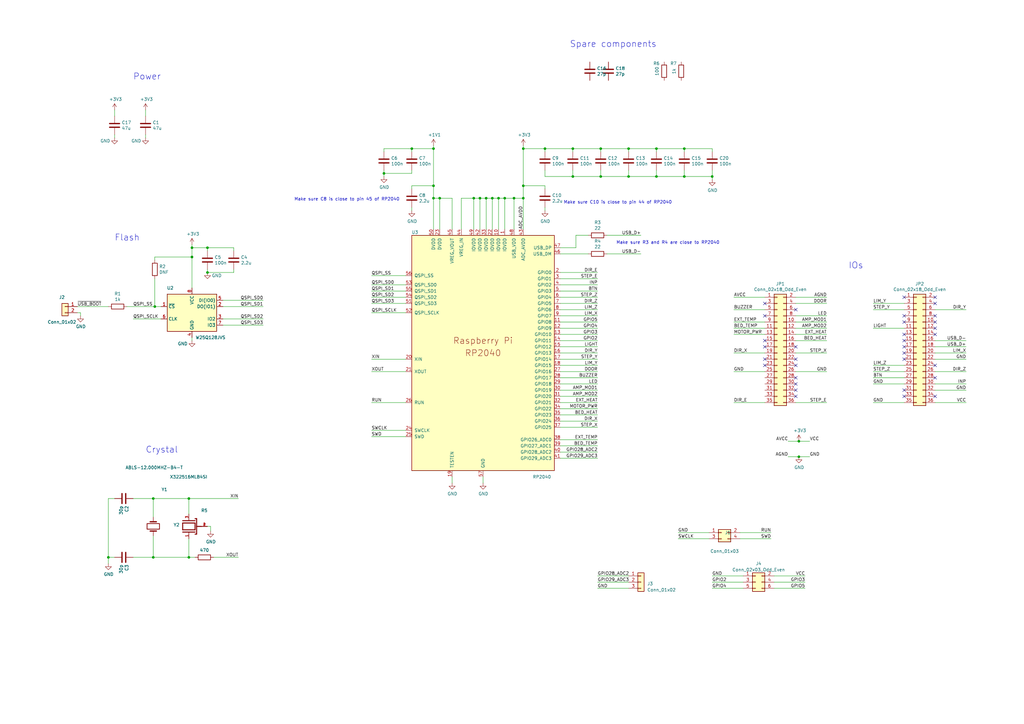
<source format=kicad_sch>
(kicad_sch (version 20230121) (generator eeschema)
  (paper "A3")
  (title_block (title "RP2040 Minimal Design Example") (date "2020-12-18") (rev "REV1") (company "Raspberry Pi (Trading) Ltd"))
  (lib_symbols
    (symbol "Connector_Generic:Conn_01x02" (pin_names (offset 1.016) hide)
      (property "Reference" "J" (at 0 2.54 0))
      (property "Value" "Conn_01x02" (at 0 -5.08 0))
      (symbol "Conn_01x02_1_1"
        (rectangle (start -1.27 -2.413) (end 0 -2.667) (stroke (width 0.1524)))
        (rectangle (start -1.27 0.127) (end 0 -0.127) (stroke (width 0.1524)))
        (rectangle (start -1.27 1.27) (end 1.27 -3.81) (stroke (width 0.254)) (fill (type background)))
        (pin passive line (at -5.08 0 0) (length 3.81) (name "Pin_1") (number "1"))
        (pin passive line (at -5.08 -2.54 0) (length 3.81) (name "Pin_2") (number "2"))
      )
    )
    (symbol "Connector_Generic:Conn_01x03" (pin_names (offset 1.016) hide)
      (property "Reference" "J" (at 0 5.08 0))
      (property "Value" "Conn_01x03" (at 0 -5.08 0))
      (symbol "Conn_01x03_1_1"
        (rectangle (start -1.27 -2.413) (end 0 -2.667) (stroke (width 0.1524)))
        (rectangle (start -1.27 0.127) (end 0 -0.127) (stroke (width 0.1524)))
        (rectangle (start -1.27 2.667) (end 0 2.413) (stroke (width 0.1524)))
        (rectangle (start -1.27 3.81) (end 1.27 -3.81) (stroke (width 0.254)) (fill (type background)))
        (pin passive line (at -5.08 2.54 0) (length 3.81) (name "Pin_1") (number "1"))
        (pin passive line (at -5.08 0 0) (length 3.81) (name "Pin_2") (number "2"))
        (pin passive line (at -5.08 -2.54 0) (length 3.81) (name "Pin_3") (number "3"))
      )
    )
    (symbol "Connector_Generic:Conn_02x02_Odd_Even" (pin_names (offset 1.016) hide)
      (property "Reference" "J" (at 1.27 2.54 0))
      (property "Value" "Conn_02x02_Odd_Even" (at 1.27 -5.08 0))
      (symbol "Conn_02x02_Odd_Even_1_1"
        (rectangle (start -1.27 -2.413) (end 0 -2.667) (stroke (width 0.1524)))
        (rectangle (start -1.27 0.127) (end 0 -0.127) (stroke (width 0.1524)))
        (rectangle (start -1.27 1.27) (end 3.81 -3.81) (stroke (width 0.254)) (fill (type background)))
        (rectangle (start 3.81 -2.413) (end 2.54 -2.667) (stroke (width 0.1524)))
        (rectangle (start 3.81 0.127) (end 2.54 -0.127) (stroke (width 0.1524)))
        (pin passive line (at -5.08 0 0) (length 3.81) (name "Pin_1") (number "1"))
        (pin passive line (at 7.62 0 180) (length 3.81) (name "Pin_2") (number "2"))
        (pin passive line (at -5.08 -2.54 0) (length 3.81) (name "Pin_3") (number "3"))
        (pin passive line (at 7.62 -2.54 180) (length 3.81) (name "Pin_4") (number "4"))
      )
    )
    (symbol "Connector_Generic:Conn_02x03_Odd_Even" (pin_names (offset 1.016) hide)
      (property "Reference" "J" (at 1.27 5.08 0))
      (property "Value" "Conn_02x03_Odd_Even" (at 1.27 -5.08 0))
      (symbol "Conn_02x03_Odd_Even_1_1"
        (rectangle (start -1.27 -2.413) (end 0 -2.667) (stroke (width 0.1524)))
        (rectangle (start -1.27 0.127) (end 0 -0.127) (stroke (width 0.1524)))
        (rectangle (start -1.27 2.667) (end 0 2.413) (stroke (width 0.1524)))
        (rectangle (start -1.27 3.81) (end 3.81 -3.81) (stroke (width 0.254)) (fill (type background)))
        (rectangle (start 3.81 -2.413) (end 2.54 -2.667) (stroke (width 0.1524)))
        (rectangle (start 3.81 0.127) (end 2.54 -0.127) (stroke (width 0.1524)))
        (rectangle (start 3.81 2.667) (end 2.54 2.413) (stroke (width 0.1524)))
        (pin passive line (at -5.08 2.54 0) (length 3.81) (name "Pin_1") (number "1"))
        (pin passive line (at 7.62 2.54 180) (length 3.81) (name "Pin_2") (number "2"))
        (pin passive line (at -5.08 0 0) (length 3.81) (name "Pin_3") (number "3"))
        (pin passive line (at 7.62 0 180) (length 3.81) (name "Pin_4") (number "4"))
        (pin passive line (at -5.08 -2.54 0) (length 3.81) (name "Pin_5") (number "5"))
        (pin passive line (at 7.62 -2.54 180) (length 3.81) (name "Pin_6") (number "6"))
      )
    )
    (symbol "Connector_Generic:Conn_02x18_Odd_Even" (pin_names (offset 1.016) hide)
      (property "Reference" "J" (at 1.27 22.86 0))
      (property "Value" "Conn_02x18_Odd_Even" (at 1.27 -25.4 0))
      (symbol "Conn_02x18_Odd_Even_1_1"
        (rectangle (start -1.27 -22.733) (end 0 -22.987) (stroke (width 0.1524)))
        (rectangle (start -1.27 -20.193) (end 0 -20.447) (stroke (width 0.1524)))
        (rectangle (start -1.27 -17.653) (end 0 -17.907) (stroke (width 0.1524)))
        (rectangle (start -1.27 -15.113) (end 0 -15.367) (stroke (width 0.1524)))
        (rectangle (start -1.27 -12.573) (end 0 -12.827) (stroke (width 0.1524)))
        (rectangle (start -1.27 -10.033) (end 0 -10.287) (stroke (width 0.1524)))
        (rectangle (start -1.27 -7.493) (end 0 -7.747) (stroke (width 0.1524)))
        (rectangle (start -1.27 -4.953) (end 0 -5.207) (stroke (width 0.1524)))
        (rectangle (start -1.27 -2.413) (end 0 -2.667) (stroke (width 0.1524)))
        (rectangle (start -1.27 0.127) (end 0 -0.127) (stroke (width 0.1524)))
        (rectangle (start -1.27 2.667) (end 0 2.413) (stroke (width 0.1524)))
        (rectangle (start -1.27 5.207) (end 0 4.953) (stroke (width 0.1524)))
        (rectangle (start -1.27 7.747) (end 0 7.493) (stroke (width 0.1524)))
        (rectangle (start -1.27 10.287) (end 0 10.033) (stroke (width 0.1524)))
        (rectangle (start -1.27 12.827) (end 0 12.573) (stroke (width 0.1524)))
        (rectangle (start -1.27 15.367) (end 0 15.113) (stroke (width 0.1524)))
        (rectangle (start -1.27 17.907) (end 0 17.653) (stroke (width 0.1524)))
        (rectangle (start -1.27 20.447) (end 0 20.193) (stroke (width 0.1524)))
        (rectangle (start -1.27 21.59) (end 3.81 -24.13) (stroke (width 0.254)) (fill (type background)))
        (rectangle (start 3.81 -22.733) (end 2.54 -22.987) (stroke (width 0.1524)))
        (rectangle (start 3.81 -20.193) (end 2.54 -20.447) (stroke (width 0.1524)))
        (rectangle (start 3.81 -17.653) (end 2.54 -17.907) (stroke (width 0.1524)))
        (rectangle (start 3.81 -15.113) (end 2.54 -15.367) (stroke (width 0.1524)))
        (rectangle (start 3.81 -12.573) (end 2.54 -12.827) (stroke (width 0.1524)))
        (rectangle (start 3.81 -10.033) (end 2.54 -10.287) (stroke (width 0.1524)))
        (rectangle (start 3.81 -7.493) (end 2.54 -7.747) (stroke (width 0.1524)))
        (rectangle (start 3.81 -4.953) (end 2.54 -5.207) (stroke (width 0.1524)))
        (rectangle (start 3.81 -2.413) (end 2.54 -2.667) (stroke (width 0.1524)))
        (rectangle (start 3.81 0.127) (end 2.54 -0.127) (stroke (width 0.1524)))
        (rectangle (start 3.81 2.667) (end 2.54 2.413) (stroke (width 0.1524)))
        (rectangle (start 3.81 5.207) (end 2.54 4.953) (stroke (width 0.1524)))
        (rectangle (start 3.81 7.747) (end 2.54 7.493) (stroke (width 0.1524)))
        (rectangle (start 3.81 10.287) (end 2.54 10.033) (stroke (width 0.1524)))
        (rectangle (start 3.81 12.827) (end 2.54 12.573) (stroke (width 0.1524)))
        (rectangle (start 3.81 15.367) (end 2.54 15.113) (stroke (width 0.1524)))
        (rectangle (start 3.81 17.907) (end 2.54 17.653) (stroke (width 0.1524)))
        (rectangle (start 3.81 20.447) (end 2.54 20.193) (stroke (width 0.1524)))
        (pin passive line (at -5.08 20.32 0) (length 3.81) (name "Pin_1") (number "1"))
        (pin passive line (at 7.62 10.16 180) (length 3.81) (name "Pin_10") (number "10"))
        (pin passive line (at -5.08 7.62 0) (length 3.81) (name "Pin_11") (number "11"))
        (pin passive line (at 7.62 7.62 180) (length 3.81) (name "Pin_12") (number "12"))
        (pin passive line (at -5.08 5.08 0) (length 3.81) (name "Pin_13") (number "13"))
        (pin passive line (at 7.62 5.08 180) (length 3.81) (name "Pin_14") (number "14"))
        (pin passive line (at -5.08 2.54 0) (length 3.81) (name "Pin_15") (number "15"))
        (pin passive line (at 7.62 2.54 180) (length 3.81) (name "Pin_16") (number "16"))
        (pin passive line (at -5.08 0 0) (length 3.81) (name "Pin_17") (number "17"))
        (pin passive line (at 7.62 0 180) (length 3.81) (name "Pin_18") (number "18"))
        (pin passive line (at -5.08 -2.54 0) (length 3.81) (name "Pin_19") (number "19"))
        (pin passive line (at 7.62 20.32 180) (length 3.81) (name "Pin_2") (number "2"))
        (pin passive line (at 7.62 -2.54 180) (length 3.81) (name "Pin_20") (number "20"))
        (pin passive line (at -5.08 -5.08 0) (length 3.81) (name "Pin_21") (number "21"))
        (pin passive line (at 7.62 -5.08 180) (length 3.81) (name "Pin_22") (number "22"))
        (pin passive line (at -5.08 -7.62 0) (length 3.81) (name "Pin_23") (number "23"))
        (pin passive line (at 7.62 -7.62 180) (length 3.81) (name "Pin_24") (number "24"))
        (pin passive line (at -5.08 -10.16 0) (length 3.81) (name "Pin_25") (number "25"))
        (pin passive line (at 7.62 -10.16 180) (length 3.81) (name "Pin_26") (number "26"))
        (pin passive line (at -5.08 -12.7 0) (length 3.81) (name "Pin_27") (number "27"))
        (pin passive line (at 7.62 -12.7 180) (length 3.81) (name "Pin_28") (number "28"))
        (pin passive line (at -5.08 -15.24 0) (length 3.81) (name "Pin_29") (number "29"))
        (pin passive line (at -5.08 17.78 0) (length 3.81) (name "Pin_3") (number "3"))
        (pin passive line (at 7.62 -15.24 180) (length 3.81) (name "Pin_30") (number "30"))
        (pin passive line (at -5.08 -17.78 0) (length 3.81) (name "Pin_31") (number "31"))
        (pin passive line (at 7.62 -17.78 180) (length 3.81) (name "Pin_32") (number "32"))
        (pin passive line (at -5.08 -20.32 0) (length 3.81) (name "Pin_33") (number "33"))
        (pin passive line (at 7.62 -20.32 180) (length 3.81) (name "Pin_34") (number "34"))
        (pin passive line (at -5.08 -22.86 0) (length 3.81) (name "Pin_35") (number "35"))
        (pin passive line (at 7.62 -22.86 180) (length 3.81) (name "Pin_36") (number "36"))
        (pin passive line (at 7.62 17.78 180) (length 3.81) (name "Pin_4") (number "4"))
        (pin passive line (at -5.08 15.24 0) (length 3.81) (name "Pin_5") (number "5"))
        (pin passive line (at 7.62 15.24 180) (length 3.81) (name "Pin_6") (number "6"))
        (pin passive line (at -5.08 12.7 0) (length 3.81) (name "Pin_7") (number "7"))
        (pin passive line (at 7.62 12.7 180) (length 3.81) (name "Pin_8") (number "8"))
        (pin passive line (at -5.08 10.16 0) (length 3.81) (name "Pin_9") (number "9"))
      )
    )
    (symbol "Device:C" (pin_numbers hide) (pin_names (offset 0.254))
      (property "Reference" "C" (at 0.635 2.54 0))
      (property "Value" "C" (at 0.635 -2.54 0))
      (symbol "C_0_1"
        (polyline (pts (xy -2.032 -0.762) (xy 2.032 -0.762)) (stroke (width 0.508)))
        (polyline (pts (xy -2.032 0.762) (xy 2.032 0.762)) (stroke (width 0.508)))
      )
      (symbol "C_1_1"
        (pin passive line (at 0 3.81 270) (length 2.794) (name "~") (number "1"))
        (pin passive line (at 0 -3.81 90) (length 2.794) (name "~") (number "2"))
      )
    )
    (symbol "Device:Crystal" (pin_numbers hide) (pin_names (offset 1.016) hide)
      (property "Reference" "Y" (at 0 3.81 0))
      (property "Value" "Crystal" (at 0 -3.81 0))
      (symbol "Crystal_0_1"
        (rectangle (start -1.143 2.54) (end 1.143 -2.54) (stroke (width 0.3048)))
        (polyline (pts (xy -2.54 0) (xy -1.905 0)))
        (polyline (pts (xy -1.905 -1.27) (xy -1.905 1.27)) (stroke (width 0.508)))
        (polyline (pts (xy 1.905 -1.27) (xy 1.905 1.27)) (stroke (width 0.508)))
        (polyline (pts (xy 2.54 0) (xy 1.905 0)))
      )
      (symbol "Crystal_1_1"
        (pin passive line (at -3.81 0 0) (length 1.27) (name "1") (number "1"))
        (pin passive line (at 3.81 0 180) (length 1.27) (name "2") (number "2"))
      )
    )
    (symbol "Device:R" (pin_numbers hide) (pin_names (offset 0))
      (property "Reference" "R" (at 2.032 0 90))
      (property "Value" "R" (at 0 0 90))
      (symbol "R_0_1"
        (rectangle (start -1.016 -2.54) (end 1.016 2.54) (stroke (width 0.254)))
      )
      (symbol "R_1_1"
        (pin passive line (at 0 3.81 270) (length 1.27) (name "~") (number "1"))
        (pin passive line (at 0 -3.81 90) (length 1.27) (name "~") (number "2"))
      )
    )
    (symbol "MCU_RaspberryPi_RP2040:RP2040" (pin_names (offset 1.016))
      (property "Reference" "U" (at -29.21 49.53 0))
      (property "Value" "RP2040" (at 24.13 -49.53 0))
      (symbol "RP2040_0_0"
        (text "Raspberry Pi" (at 0 5.08 0) (effects (font (size 2.54 2.54))))
        (text "RP2040" (at 0 0 0) (effects (font (size 2.54 2.54))))
      )
      (symbol "RP2040_0_1"
        (rectangle (start 29.21 48.26) (end -29.21 -48.26) (stroke (width 0.254)) (fill (type background)))
      )
      (symbol "RP2040_1_1"
        (pin power_in line (at 8.89 50.8 270) (length 2.54) (name "IOVDD") (number "1"))
        (pin power_in line (at 6.35 50.8 270) (length 2.54) (name "IOVDD") (number "10"))
        (pin bidirectional line (at 31.75 12.7 180) (length 2.54) (name "GPIO8") (number "11"))
        (pin bidirectional line (at 31.75 10.16 180) (length 2.54) (name "GPIO9") (number "12"))
        (pin bidirectional line (at 31.75 7.62 180) (length 2.54) (name "GPIO10") (number "13"))
        (pin bidirectional line (at 31.75 5.08 180) (length 2.54) (name "GPIO11") (number "14"))
        (pin bidirectional line (at 31.75 2.54 180) (length 2.54) (name "GPIO12") (number "15"))
        (pin bidirectional line (at 31.75 0 180) (length 2.54) (name "GPIO13") (number "16"))
        (pin bidirectional line (at 31.75 -2.54 180) (length 2.54) (name "GPIO14") (number "17"))
        (pin bidirectional line (at 31.75 -5.08 180) (length 2.54) (name "GPIO15") (number "18"))
        (pin passive line (at -12.7 -50.8 90) (length 2.54) (name "TESTEN") (number "19"))
        (pin bidirectional line (at 31.75 33.02 180) (length 2.54) (name "GPIO0") (number "2"))
        (pin input line (at -31.75 -2.54 0) (length 2.54) (name "XIN") (number "20"))
        (pin passive line (at -31.75 -7.62 0) (length 2.54) (name "XOUT") (number "21"))
        (pin power_in line (at 3.81 50.8 270) (length 2.54) (name "IOVDD") (number "22"))
        (pin power_in line (at -17.78 50.8 270) (length 2.54) (name "DVDD") (number "23"))
        (pin output line (at -31.75 -31.75 0) (length 2.54) (name "SWCLK") (number "24"))
        (pin bidirectional line (at -31.75 -34.29 0) (length 2.54) (name "SWD") (number "25"))
        (pin input line (at -31.75 -20.32 0) (length 2.54) (name "RUN") (number "26"))
        (pin bidirectional line (at 31.75 -7.62 180) (length 2.54) (name "GPIO16") (number "27"))
        (pin bidirectional line (at 31.75 -10.16 180) (length 2.54) (name "GPIO17") (number "28"))
        (pin bidirectional line (at 31.75 -12.7 180) (length 2.54) (name "GPIO18") (number "29"))
        (pin bidirectional line (at 31.75 30.48 180) (length 2.54) (name "GPIO1") (number "3"))
        (pin bidirectional line (at 31.75 -15.24 180) (length 2.54) (name "GPIO19") (number "30"))
        (pin bidirectional line (at 31.75 -17.78 180) (length 2.54) (name "GPIO20") (number "31"))
        (pin bidirectional line (at 31.75 -20.32 180) (length 2.54) (name "GPIO21") (number "32"))
        (pin power_in line (at 1.27 50.8 270) (length 2.54) (name "IOVDD") (number "33"))
        (pin bidirectional line (at 31.75 -22.86 180) (length 2.54) (name "GPIO22") (number "34"))
        (pin bidirectional line (at 31.75 -25.4 180) (length 2.54) (name "GPIO23") (number "35"))
        (pin bidirectional line (at 31.75 -27.94 180) (length 2.54) (name "GPIO24") (number "36"))
        (pin bidirectional line (at 31.75 -30.48 180) (length 2.54) (name "GPIO25") (number "37"))
        (pin bidirectional line (at 31.75 -35.56 180) (length 2.54) (name "GPIO26_ADC0") (number "38"))
        (pin bidirectional line (at 31.75 -38.1 180) (length 2.54) (name "GPIO27_ADC1") (number "39"))
        (pin bidirectional line (at 31.75 27.94 180) (length 2.54) (name "GPIO2") (number "4"))
        (pin bidirectional line (at 31.75 -40.64 180) (length 2.54) (name "GPIO28_ADC2") (number "40"))
        (pin bidirectional line (at 31.75 -43.18 180) (length 2.54) (name "GPIO29_ADC3") (number "41"))
        (pin power_in line (at -1.27 50.8 270) (length 2.54) (name "IOVDD") (number "42"))
        (pin power_in line (at 16.51 50.8 270) (length 2.54) (name "ADC_AVDD") (number "43"))
        (pin power_in line (at -8.89 50.8 270) (length 2.54) (name "VREG_IN") (number "44"))
        (pin power_out line (at -12.7 50.8 270) (length 2.54) (name "VREG_VOUT") (number "45"))
        (pin bidirectional line (at 31.75 40.64 180) (length 2.54) (name "USB_DM") (number "46"))
        (pin bidirectional line (at 31.75 43.18 180) (length 2.54) (name "USB_DP") (number "47"))
        (pin power_in line (at 12.7 50.8 270) (length 2.54) (name "USB_VDD") (number "48"))
        (pin power_in line (at -3.81 50.8 270) (length 2.54) (name "IOVDD") (number "49"))
        (pin bidirectional line (at 31.75 25.4 180) (length 2.54) (name "GPIO3") (number "5"))
        (pin power_in line (at -20.32 50.8 270) (length 2.54) (name "DVDD") (number "50"))
        (pin bidirectional line (at -31.75 20.32 0) (length 2.54) (name "QSPI_SD3") (number "51"))
        (pin output line (at -31.75 16.51 0) (length 2.54) (name "QSPI_SCLK") (number "52"))
        (pin bidirectional line (at -31.75 27.94 0) (length 2.54) (name "QSPI_SD0") (number "53"))
        (pin bidirectional line (at -31.75 22.86 0) (length 2.54) (name "QSPI_SD2") (number "54"))
        (pin bidirectional line (at -31.75 25.4 0) (length 2.54) (name "QSPI_SD1") (number "55"))
        (pin bidirectional line (at -31.75 31.75 0) (length 2.54) (name "QSPI_SS") (number "56"))
        (pin power_in line (at 0 -50.8 90) (length 2.54) (name "GND") (number "57"))
        (pin bidirectional line (at 31.75 22.86 180) (length 2.54) (name "GPIO4") (number "6"))
        (pin bidirectional line (at 31.75 20.32 180) (length 2.54) (name "GPIO5") (number "7"))
        (pin bidirectional line (at 31.75 17.78 180) (length 2.54) (name "GPIO6") (number "8"))
        (pin bidirectional line (at 31.75 15.24 180) (length 2.54) (name "GPIO7") (number "9"))
      )
    )
    (symbol "Memory_Flash:W25Q128JVS"
      (property "Reference" "U" (at -8.89 8.89 0))
      (property "Value" "W25Q128JVS" (at 7.62 8.89 0))
      (symbol "W25Q128JVS_0_1"
        (rectangle (start -10.16 7.62) (end 10.16 -7.62) (stroke (width 0.254)) (fill (type background)))
      )
      (symbol "W25Q128JVS_1_1"
        (pin input line (at -12.7 2.54 0) (length 2.54) (name "~{CS}") (number "1"))
        (pin bidirectional line (at 12.7 2.54 180) (length 2.54) (name "DO(IO1)") (number "2"))
        (pin bidirectional line (at 12.7 -2.54 180) (length 2.54) (name "IO2") (number "3"))
        (pin power_in line (at 0 -10.16 90) (length 2.54) (name "GND") (number "4"))
        (pin bidirectional line (at 12.7 5.08 180) (length 2.54) (name "DI(IO0)") (number "5"))
        (pin input line (at -12.7 -2.54 0) (length 2.54) (name "CLK") (number "6"))
        (pin bidirectional line (at 12.7 -5.08 180) (length 2.54) (name "IO3") (number "7"))
        (pin power_in line (at 0 10.16 270) (length 2.54) (name "VCC") (number "8"))
      )
    )
    (symbol "X322516MLB4SI:X322516MLB4SI" (pin_names (offset 1.016))
      (property "Reference" "Y" (at -5.08 6.35 0))
      (property "Value" "X322516MLB4SI" (at -5.08 3.81 0))
      (symbol "X322516MLB4SI_0_0"
        (polyline (pts (xy -3.175 -3.175) (xy 0 -3.175)) (stroke (width 0.4064)))
        (polyline (pts (xy -3.175 -2.54) (xy -3.175 -3.175)) (stroke (width 0.4064)))
        (polyline (pts (xy -2.3368 2.54) (xy -2.3368 -2.54)) (stroke (width 0.4064)))
        (polyline (pts (xy -1.397 2.54) (xy -1.397 -2.54)) (stroke (width 0.4064)))
        (polyline (pts (xy -1.397 2.54) (xy 1.397 2.54)) (stroke (width 0.4064)))
        (polyline (pts (xy 0 -5.08) (xy 0 -3.175)) (stroke (width 0.4064)))
        (polyline (pts (xy 0 -3.175) (xy 3.175 -3.175)) (stroke (width 0.4064)))
        (polyline (pts (xy 1.397 -2.54) (xy -1.397 -2.54)) (stroke (width 0.4064)))
        (polyline (pts (xy 1.397 2.54) (xy 1.397 -2.54)) (stroke (width 0.4064)))
        (polyline (pts (xy 2.3368 2.54) (xy 2.3368 -2.54)) (stroke (width 0.4064)))
        (polyline (pts (xy 3.175 -3.175) (xy 3.175 -2.54)) (stroke (width 0.4064)))
        (pin passive line (at -5.08 0 0) (length 2.54) (name "~") (number "1"))
        (pin power_in line (at 0 -7.62 90) (length 2.54) (name "~") (number "2"))
        (pin passive line (at 5.08 0 180) (length 2.54) (name "~") (number "3"))
        (pin power_in line (at 0 -7.62 90) (length 2.54) (name "~") (number "4"))
      )
    )
    (symbol "power:+1V1" (power) (pin_names (offset 0))
      (property "Value" "+1V1" (at 0 3.556 0))
      (symbol "+1V1_0_1"
        (polyline (pts (xy -0.762 1.27) (xy 0 2.54)))
        (polyline (pts (xy 0 0) (xy 0 2.54)))
        (polyline (pts (xy 0 2.54) (xy 0.762 1.27)))
      )
      (symbol "+1V1_1_1"
        (pin power_in line (at 0 0 90) (length 0) hide (name "+1V1") (number "1"))
      )
    )
    (symbol "power:+3V3" (power) (pin_names (offset 0))
      (property "Value" "+3V3" (at 0 3.556 0))
      (symbol "+3V3_0_1"
        (polyline (pts (xy -0.762 1.27) (xy 0 2.54)))
        (polyline (pts (xy 0 0) (xy 0 2.54)))
        (polyline (pts (xy 0 2.54) (xy 0.762 1.27)))
      )
      (symbol "+3V3_1_1"
        (pin power_in line (at 0 0 90) (length 0) hide (name "+3V3") (number "1"))
      )
    )
    (symbol "power:GND" (power) (pin_names (offset 0))
      (property "Value" "GND" (at 0 -3.81 0))
      (symbol "GND_0_1"
        (polyline (pts (xy 0 0) (xy 0 -1.27) (xy 1.27 -1.27) (xy 0 -2.54) (xy -1.27 -1.27) (xy 0 -1.27)))
      )
      (symbol "GND_1_1"
        (pin power_in line (at 0 0 270) (length 0) hide (name "GND") (number "1"))
      )
    )
  )
  (junction (at 78.74 105.41))
  (junction (at 246.38 72.39))
  (junction (at 177.8 60.96))
  (junction (at 78.74 101.6))
  (junction (at 234.95 72.39))
  (junction (at 214.63 60.96))
  (junction (at 168.91 60.96))
  (junction (at 246.38 60.96))
  (junction (at 269.24 72.39))
  (junction (at 196.85 81.28))
  (junction (at 257.81 72.39))
  (junction (at 157.48 71.12))
  (junction (at 199.39 81.28))
  (junction (at 63.5 125.73))
  (junction (at 85.09 111.76))
  (junction (at 77.47 228.6))
  (junction (at 77.47 204.47))
  (junction (at 207.01 81.28))
  (junction (at 210.82 81.28))
  (junction (at 44.45 228.6))
  (junction (at 292.1 72.39))
  (junction (at 214.63 81.28))
  (junction (at 180.34 81.28))
  (junction (at 280.67 60.96))
  (junction (at 269.24 60.96))
  (junction (at 194.31 81.28))
  (junction (at 177.8 81.28))
  (junction (at 85.09 101.6))
  (junction (at 62.865 228.6))
  (junction (at 257.81 60.96))
  (junction (at 234.95 60.96))
  (junction (at 201.93 81.28))
  (junction (at 214.63 76.2))
  (junction (at 327.66 180.975))
  (junction (at 223.52 60.96))
  (junction (at 204.47 81.28))
  (junction (at 327.66 187.325))
  (junction (at 62.865 204.47))
  (junction (at 177.8 76.2))
  (junction (at 280.67 72.39))
  (no_connect (at 313.69 129.54))
  (no_connect (at 370.84 147.32))
  (no_connect (at 326.39 157.48))
  (no_connect (at 326.39 142.24))
  (no_connect (at 326.39 147.32))
  (no_connect (at 370.84 144.78))
  (no_connect (at 370.84 121.92))
  (no_connect (at 370.84 142.24))
  (no_connect (at 370.84 129.54))
  (no_connect (at 370.84 162.56))
  (no_connect (at 370.84 137.16))
  (no_connect (at 370.84 132.08))
  (no_connect (at 313.69 139.7))
  (no_connect (at 313.69 142.24))
  (no_connect (at 383.54 134.62))
  (no_connect (at 383.54 137.16))
  (no_connect (at 383.54 154.94))
  (no_connect (at 383.54 149.86))
  (no_connect (at 383.54 162.56))
  (no_connect (at 383.54 132.08))
  (no_connect (at 383.54 129.54))
  (no_connect (at 383.54 121.92))
  (no_connect (at 383.54 124.46))
  (no_connect (at 326.39 160.02))
  (no_connect (at 326.39 149.86))
  (no_connect (at 326.39 162.56))
  (no_connect (at 326.39 154.94))
  (no_connect (at 326.39 127))
  (no_connect (at 313.69 124.46))
  (no_connect (at 313.69 149.86))
  (no_connect (at 313.69 147.32))
  (no_connect (at 370.84 139.7))
  (no_connect (at 370.84 160.02))
  (wire (pts (xy 177.8 81.28) (xy 177.8 93.98)))
  (wire (pts (xy 207.01 81.28) (xy 207.01 93.98)))
  (wire (pts (xy 185.42 81.28) (xy 180.34 81.28)))
  (wire (pts (xy 383.54 139.7) (xy 396.24 139.7)))
  (wire (pts (xy 303.53 218.44) (xy 316.23 218.44)))
  (wire (pts (xy 229.87 152.4) (xy 245.11 152.4)))
  (wire (pts (xy 85.09 110.49) (xy 85.09 111.76)))
  (wire (pts (xy 189.23 81.28) (xy 194.31 81.28)))
  (wire (pts (xy 229.87 147.32) (xy 245.11 147.32)))
  (wire (pts (xy 327.66 187.325) (xy 323.215 187.325)))
  (wire (pts (xy 292.1 241.3) (xy 304.8 241.3)))
  (wire (pts (xy 85.09 111.76) (xy 95.885 111.76)))
  (wire (pts (xy 33.02 128.27) (xy 33.02 129.54)))
  (wire (pts (xy 229.87 114.3) (xy 245.11 114.3)))
  (wire (pts (xy 290.83 220.98) (xy 278.13 220.98)))
  (wire (pts (xy 248.92 104.14) (xy 262.89 104.14)))
  (wire (pts (xy 85.09 101.6) (xy 78.74 101.6)))
  (wire (pts (xy 269.24 62.23) (xy 269.24 60.96)))
  (wire (pts (xy 339.09 144.78) (xy 326.39 144.78)))
  (wire (pts (xy 210.82 93.98) (xy 210.82 81.28)))
  (wire (pts (xy 370.84 154.94) (xy 358.14 154.94)))
  (wire (pts (xy 46.99 204.47) (xy 44.45 204.47)))
  (wire (pts (xy 229.87 139.7) (xy 245.11 139.7)))
  (wire (pts (xy 229.87 104.14) (xy 241.3 104.14)))
  (wire (pts (xy 300.99 152.4) (xy 313.69 152.4)))
  (wire (pts (xy 330.2 236.22) (xy 317.5 236.22)))
  (wire (pts (xy 78.74 138.43) (xy 78.74 139.7)))
  (wire (pts (xy 223.52 60.96) (xy 234.95 60.96)))
  (wire (pts (xy 168.91 85.09) (xy 168.91 86.36)))
  (wire (pts (xy 77.47 204.47) (xy 97.79 204.47)))
  (wire (pts (xy 292.1 238.76) (xy 304.8 238.76)))
  (wire (pts (xy 292.1 72.39) (xy 292.1 73.66)))
  (wire (pts (xy 180.34 93.98) (xy 180.34 81.28)))
  (wire (pts (xy 229.87 185.42) (xy 245.11 185.42)))
  (wire (pts (xy 177.8 76.2) (xy 177.8 81.28)))
  (wire (pts (xy 229.87 165.1) (xy 245.11 165.1)))
  (wire (pts (xy 214.63 76.2) (xy 223.52 76.2)))
  (wire (pts (xy 152.4 121.92) (xy 166.37 121.92)))
  (wire (pts (xy 207.01 81.28) (xy 210.82 81.28)))
  (wire (pts (xy 339.09 132.08) (xy 326.39 132.08)))
  (wire (pts (xy 168.91 76.2) (xy 177.8 76.2)))
  (wire (pts (xy 292.1 62.23) (xy 292.1 60.96)))
  (wire (pts (xy 229.87 137.16) (xy 245.11 137.16)))
  (wire (pts (xy 327.66 180.975) (xy 332.105 180.975)))
  (wire (pts (xy 62.865 228.6) (xy 77.47 228.6)))
  (wire (pts (xy 229.87 132.08) (xy 245.11 132.08)))
  (wire (pts (xy 214.63 81.28) (xy 214.63 93.98)))
  (wire (pts (xy 31.75 128.27) (xy 33.02 128.27)))
  (wire (pts (xy 246.38 69.85) (xy 246.38 72.39)))
  (wire (pts (xy 194.31 93.98) (xy 194.31 81.28)))
  (wire (pts (xy 383.54 165.1) (xy 396.2705 165.1)))
  (wire (pts (xy 91.44 133.35) (xy 107.95 133.35)))
  (wire (pts (xy 383.54 160.02) (xy 396.24 160.02)))
  (wire (pts (xy 246.38 62.23) (xy 246.38 60.96)))
  (wire (pts (xy 248.92 96.52) (xy 262.89 96.52)))
  (wire (pts (xy 166.37 128.27) (xy 152.4 128.27)))
  (wire (pts (xy 95.885 110.49) (xy 95.885 111.76)))
  (wire (pts (xy 189.23 93.98) (xy 189.23 81.28)))
  (wire (pts (xy 280.67 72.39) (xy 269.24 72.39)))
  (wire (pts (xy 339.09 139.7) (xy 326.39 139.7)))
  (wire (pts (xy 236.22 96.52) (xy 241.3 96.52)))
  (wire (pts (xy 229.87 142.24) (xy 245.11 142.24)))
  (wire (pts (xy 180.34 81.28) (xy 177.8 81.28)))
  (wire (pts (xy 292.1 236.22) (xy 304.8 236.22)))
  (wire (pts (xy 157.48 60.96) (xy 168.91 60.96)))
  (wire (pts (xy 313.69 127) (xy 300.99 127)))
  (wire (pts (xy 229.87 157.48) (xy 245.11 157.48)))
  (wire (pts (xy 214.63 60.96) (xy 214.63 76.2)))
  (wire (pts (xy 168.91 71.12) (xy 168.91 69.85)))
  (wire (pts (xy 269.24 69.85) (xy 269.24 72.39)))
  (wire (pts (xy 63.5 105.41) (xy 78.74 105.41)))
  (wire (pts (xy 229.87 172.72) (xy 245.11 172.72)))
  (wire (pts (xy 339.09 124.46) (xy 326.39 124.46)))
  (wire (pts (xy 85.09 102.87) (xy 85.09 101.6)))
  (wire (pts (xy 201.93 93.98) (xy 201.93 81.28)))
  (wire (pts (xy 166.37 176.53) (xy 152.4 176.53)))
  (wire (pts (xy 229.87 187.96) (xy 245.11 187.96)))
  (wire (pts (xy 166.37 179.07) (xy 152.4 179.07)))
  (wire (pts (xy 166.37 113.03) (xy 152.4 113.03)))
  (wire (pts (xy 196.85 93.98) (xy 196.85 81.28)))
  (wire (pts (xy 46.99 45.085) (xy 46.99 47.625)))
  (wire (pts (xy 229.87 170.18) (xy 245.11 170.18)))
  (wire (pts (xy 223.52 69.85) (xy 223.52 72.39)))
  (wire (pts (xy 245.11 236.22) (xy 257.81 236.22)))
  (wire (pts (xy 63.5 106.68) (xy 63.5 105.41)))
  (wire (pts (xy 223.52 85.09) (xy 223.52 86.36)))
  (wire (pts (xy 62.865 219.71) (xy 62.865 228.6)))
  (wire (pts (xy 157.48 69.85) (xy 157.48 71.12)))
  (wire (pts (xy 229.87 154.94) (xy 245.11 154.94)))
  (wire (pts (xy 383.54 127) (xy 396.24 127)))
  (wire (pts (xy 63.5 125.73) (xy 66.04 125.73)))
  (wire (pts (xy 44.45 125.73) (xy 31.75 125.73)))
  (wire (pts (xy 168.91 62.23) (xy 168.91 60.96)))
  (wire (pts (xy 313.69 132.08) (xy 300.99 132.08)))
  (wire (pts (xy 223.52 77.47) (xy 223.52 76.2)))
  (wire (pts (xy 327.66 180.975) (xy 323.215 180.975)))
  (wire (pts (xy 44.45 204.47) (xy 44.45 228.6)))
  (wire (pts (xy 370.84 152.4) (xy 358.14 152.4)))
  (wire (pts (xy 229.87 180.34) (xy 245.11 180.34)))
  (wire (pts (xy 383.54 147.32) (xy 396.24 147.32)))
  (wire (pts (xy 313.69 134.62) (xy 300.99 134.62)))
  (wire (pts (xy 77.47 228.6) (xy 80.01 228.6)))
  (wire (pts (xy 370.84 127) (xy 358.14 127)))
  (wire (pts (xy 223.52 62.23) (xy 223.52 60.96)))
  (wire (pts (xy 292.1 60.96) (xy 280.67 60.96)))
  (wire (pts (xy 229.87 160.02) (xy 245.11 160.02)))
  (wire (pts (xy 91.44 125.73) (xy 107.95 125.73)))
  (wire (pts (xy 78.74 101.6) (xy 78.74 105.41)))
  (wire (pts (xy 383.54 157.48) (xy 396.2705 157.48)))
  (wire (pts (xy 229.87 134.62) (xy 245.11 134.62)))
  (wire (pts (xy 59.69 55.245) (xy 59.69 56.515)))
  (wire (pts (xy 157.48 62.23) (xy 157.48 60.96)))
  (wire (pts (xy 152.4 124.46) (xy 166.37 124.46)))
  (wire (pts (xy 292.1 69.85) (xy 292.1 72.39)))
  (wire (pts (xy 339.09 134.62) (xy 326.39 134.62)))
  (wire (pts (xy 210.82 81.28) (xy 214.63 81.28)))
  (wire (pts (xy 339.09 152.4) (xy 326.39 152.4)))
  (wire (pts (xy 152.4 119.38) (xy 166.37 119.38)))
  (wire (pts (xy 87.63 228.6) (xy 97.79 228.6)))
  (wire (pts (xy 229.87 149.86) (xy 245.11 149.86)))
  (wire (pts (xy 63.5 114.3) (xy 63.5 125.73)))
  (wire (pts (xy 168.91 77.47) (xy 168.91 76.2)))
  (wire (pts (xy 229.87 101.6) (xy 236.22 101.6)))
  (wire (pts (xy 46.99 55.245) (xy 46.99 56.515)))
  (wire (pts (xy 214.63 59.69) (xy 214.63 60.96)))
  (wire (pts (xy 152.4 147.32) (xy 166.37 147.32)))
  (wire (pts (xy 204.47 81.28) (xy 207.01 81.28)))
  (wire (pts (xy 317.5 241.3) (xy 330.2 241.3)))
  (wire (pts (xy 185.42 195.58) (xy 185.42 198.12)))
  (wire (pts (xy 229.87 182.88) (xy 245.11 182.88)))
  (wire (pts (xy 177.8 60.96) (xy 177.8 76.2)))
  (wire (pts (xy 229.87 162.56) (xy 245.11 162.56)))
  (wire (pts (xy 54.61 204.47) (xy 62.865 204.47)))
  (wire (pts (xy 62.865 204.47) (xy 62.865 212.09)))
  (wire (pts (xy 303.53 220.98) (xy 316.23 220.98)))
  (wire (pts (xy 78.74 105.41) (xy 78.74 118.11)))
  (wire (pts (xy 204.47 93.98) (xy 204.47 81.28)))
  (wire (pts (xy 177.8 59.69) (xy 177.8 60.96)))
  (wire (pts (xy 229.87 111.76) (xy 245.11 111.76)))
  (wire (pts (xy 327.66 187.325) (xy 332.105 187.325)))
  (wire (pts (xy 77.47 204.47) (xy 77.47 210.82)))
  (wire (pts (xy 201.93 81.28) (xy 204.47 81.28)))
  (wire (pts (xy 370.84 165.1) (xy 358.14 165.1)))
  (wire (pts (xy 278.13 218.44) (xy 290.83 218.44)))
  (wire (pts (xy 168.91 60.96) (xy 177.8 60.96)))
  (wire (pts (xy 185.42 93.98) (xy 185.42 81.28)))
  (wire (pts (xy 91.44 123.19) (xy 107.95 123.19)))
  (wire (pts (xy 229.87 129.54) (xy 245.11 129.54)))
  (wire (pts (xy 157.48 71.12) (xy 157.48 72.39)))
  (wire (pts (xy 257.81 69.85) (xy 257.81 72.39)))
  (wire (pts (xy 229.87 127) (xy 245.11 127)))
  (wire (pts (xy 370.84 157.48) (xy 358.14 157.48)))
  (wire (pts (xy 196.85 81.28) (xy 199.39 81.28)))
  (wire (pts (xy 300.99 165.1) (xy 313.69 165.1)))
  (wire (pts (xy 229.87 167.64) (xy 245.11 167.64)))
  (wire (pts (xy 54.61 130.81) (xy 66.04 130.81)))
  (wire (pts (xy 269.24 72.39) (xy 257.81 72.39)))
  (wire (pts (xy 257.81 241.3) (xy 245.11 241.3)))
  (wire (pts (xy 339.09 129.54) (xy 326.39 129.54)))
  (wire (pts (xy 313.69 137.16) (xy 300.99 137.16)))
  (wire (pts (xy 166.37 165.1) (xy 152.4 165.1)))
  (wire (pts (xy 229.87 121.92) (xy 245.11 121.92)))
  (wire (pts (xy 246.38 72.39) (xy 234.95 72.39)))
  (wire (pts (xy 339.09 165.1) (xy 326.39 165.1)))
  (wire (pts (xy 300.99 144.78) (xy 313.69 144.78)))
  (wire (pts (xy 370.84 134.62) (xy 358.14 134.62)))
  (wire (pts (xy 229.87 144.78) (xy 245.11 144.78)))
  (wire (pts (xy 234.95 72.39) (xy 223.52 72.39)))
  (wire (pts (xy 234.95 62.23) (xy 234.95 60.96)))
  (wire (pts (xy 245.11 238.76) (xy 257.81 238.76)))
  (wire (pts (xy 280.67 62.23) (xy 280.67 60.96)))
  (wire (pts (xy 62.865 204.47) (xy 77.47 204.47)))
  (wire (pts (xy 229.87 116.84) (xy 245.11 116.84)))
  (wire (pts (xy 86.36 215.9) (xy 86.36 217.805)))
  (wire (pts (xy 86.36 215.9) (xy 85.09 215.9)))
  (wire (pts (xy 214.63 60.96) (xy 223.52 60.96)))
  (wire (pts (xy 95.885 101.6) (xy 85.09 101.6)))
  (wire (pts (xy 229.87 119.38) (xy 245.11 119.38)))
  (wire (pts (xy 152.4 116.84) (xy 166.37 116.84)))
  (wire (pts (xy 52.07 125.73) (xy 63.5 125.73)))
  (wire (pts (xy 54.61 228.6) (xy 62.865 228.6)))
  (wire (pts (xy 339.09 137.16) (xy 326.39 137.16)))
  (wire (pts (xy 78.74 100.33) (xy 78.74 101.6)))
  (wire (pts (xy 383.54 142.24) (xy 396.24 142.24)))
  (wire (pts (xy 330.2 238.76) (xy 317.5 238.76)))
  (wire (pts (xy 44.45 228.6) (xy 44.45 231.14)))
  (wire (pts (xy 280.67 72.39) (xy 292.1 72.39)))
  (wire (pts (xy 370.84 124.46) (xy 358.14 124.46)))
  (wire (pts (xy 198.12 195.58) (xy 198.12 198.12)))
  (wire (pts (xy 166.37 152.4) (xy 152.4 152.4)))
  (wire (pts (xy 236.22 96.52) (xy 236.22 101.6)))
  (wire (pts (xy 257.81 72.39) (xy 246.38 72.39)))
  (wire (pts (xy 199.39 81.28) (xy 201.93 81.28)))
  (wire (pts (xy 95.885 102.87) (xy 95.885 101.6)))
  (wire (pts (xy 313.69 121.92) (xy 300.99 121.92)))
  (wire (pts (xy 46.99 228.6) (xy 44.45 228.6)))
  (wire (pts (xy 91.44 130.81) (xy 107.95 130.81)))
  (wire (pts (xy 370.84 149.86) (xy 358.14 149.86)))
  (wire (pts (xy 339.09 121.92) (xy 326.39 121.92)))
  (wire (pts (xy 269.24 60.96) (xy 280.67 60.96)))
  (wire (pts (xy 257.81 60.96) (xy 269.24 60.96)))
  (wire (pts (xy 234.95 69.85) (xy 234.95 72.39)))
  (wire (pts (xy 229.87 124.46) (xy 245.11 124.46)))
  (wire (pts (xy 229.87 175.26) (xy 245.11 175.26)))
  (wire (pts (xy 157.48 71.12) (xy 168.91 71.12)))
  (wire (pts (xy 77.47 220.98) (xy 77.47 228.6)))
  (wire (pts (xy 383.54 144.78) (xy 396.24 144.78)))
  (wire (pts (xy 280.67 69.85) (xy 280.67 72.39)))
  (wire (pts (xy 59.69 45.085) (xy 59.69 47.625)))
  (wire (pts (xy 257.81 62.23) (xy 257.81 60.96)))
  (wire (pts (xy 383.54 152.4) (xy 396.2705 152.4)))
  (wire (pts (xy 246.38 60.96) (xy 257.81 60.96)))
  (wire (pts (xy 214.63 76.2) (xy 214.63 81.28)))
  (wire (pts (xy 199.39 93.98) (xy 199.39 81.28)))
  (wire (pts (xy 234.95 60.96) (xy 246.38 60.96)))
  (wire (pts (xy 194.31 81.28) (xy 196.85 81.28)))
  (text "Make sure C8 is close to pin 45 of RP2040" (at 120.65 82.55 0) (effects (font (size 1.27 1.27)) (justify left bottom)))
  (text "Make sure C10 is close to pin 44 of RP2040" (at 231.14 83.82 0) (effects (font (size 1.27 1.27)) (justify left bottom)))
  (text "Flash" (at 46.99 99.06 0) (effects (font (size 2.54 2.54)) (justify left bottom)))
  (text "IOs" (at 347.98 110.49 0) (effects (font (size 2.54 2.54)) (justify left bottom)))
  (text "Spare components" (at 233.68 19.685 0) (effects (font (size 2.54 2.54)) (justify left bottom)))
  (text "Crystal" (at 59.69 186.055 0) (effects (font (size 2.54 2.54)) (justify left bottom)))
  (text "Power" (at 54.61 33.02 0) (effects (font (size 2.54 2.54)) (justify left bottom)))
  (text "Make sure R3 and R4 are close to RP2040" (at 252.73 100.33 0) (effects (font (size 1.27 1.27)) (justify left bottom)))
  (label "EXT_HEAT" (at 245.11 165.1 180))
  (label "QSPI_SD1" (at 107.95 125.73 180))
  (label "QSPI_SD2" (at 152.4 121.92 0))
  (label "AVCC" (at 300.99 121.92 0))
  (label "LIGHT" (at 358.14 134.62 0))
  (label "GND" (at 339.09 152.4 180))
  (label "RUN" (at 316.23 218.44 180))
  (label "XOUT" (at 97.79 228.6 180))
  (label "LED" (at 339.09 129.54 180))
  (label "QSPI_SCLK" (at 152.4 128.27 0))
  (label "EXT_TEMP" (at 245.11 180.34 180))
  (label "QSPI_SS" (at 54.61 125.73 0))
  (label "STEP_E" (at 245.11 114.3 180))
  (label "GPIO4" (at 292.1 241.3 0))
  (label "LIM_Z" (at 245.11 127 180))
  (label "GND" (at 292.1 236.22 0))
  (label "INP" (at 245.11 116.84 180))
  (label "STEP_Y" (at 245.11 147.32 180))
  (label "AMP_MOD1" (at 245.11 160.02 180))
  (label "GPIO5" (at 330.2 241.3 180))
  (label "QSPI_SCLK" (at 54.61 130.81 0))
  (label "USB_D+" (at 396.24 142.24 180))
  (label "DOOR" (at 339.09 124.46 180))
  (label "GND" (at 358.14 165.1 0))
  (label "LIM_Y" (at 358.14 124.46 0))
  (label "GND" (at 300.99 152.4 0))
  (label "STEP_X" (at 245.11 175.26 180))
  (label "BED_HEAT" (at 245.11 170.18 180))
  (label "GPIO28_ADC2" (at 245.11 236.22 0))
  (label "DIR_Z" (at 396.24 152.4 180))
  (label "AVCC" (at 323.215 180.975 180))
  (label "AGND" (at 323.215 187.325 180))
  (label "~{USB_BOOT}" (at 31.75 125.73 0))
  (label "USB_D-" (at 396.24 139.7 180))
  (label "BED_TEMP" (at 245.11 182.88 180))
  (label "QSPI_SS" (at 152.4 113.03 0))
  (label "GPIO29_ADC3" (at 245.11 187.96 180))
  (label "AMP_MOD1" (at 339.09 132.08 180))
  (label "STEP_Z" (at 245.11 121.92 180))
  (label "BED_TEMP" (at 300.99 134.62 0))
  (label "DIR_Y" (at 396.24 127 180))
  (label "EXT_HEAT" (at 339.09 137.16 180))
  (label "ADC_AVDD" (at 214.63 93.98 90))
  (label "BUZZER" (at 300.99 127 0))
  (label "QSPI_SD0" (at 107.95 123.19 180))
  (label "MOTOR_PWR" (at 300.99 137.16 0))
  (label "QSPI_SD3" (at 107.95 133.35 180))
  (label "AGND" (at 339.09 121.92 180))
  (label "GND" (at 245.11 241.3 0))
  (label "SWD" (at 152.4 179.07 0))
  (label "AMP_MOD2" (at 245.11 162.56 180))
  (label "DIR_X" (at 245.11 172.72 180))
  (label "GPIO3" (at 330.2 238.76 180))
  (label "LIGHT" (at 245.11 142.24 180))
  (label "GPIO3" (at 245.11 137.16 180))
  (label "XIN" (at 152.4 147.32 0))
  (label "XIN" (at 97.79 204.47 180))
  (label "INP" (at 396.24 157.48 180))
  (label "DIR_E" (at 300.99 165.1 0))
  (label "STEP_Y" (at 358.14 127 0))
  (label "STEP_E" (at 339.09 165.1 180))
  (label "GND" (at 396.24 147.32 180))
  (label "QSPI_SD0" (at 152.4 116.84 0))
  (label "SWD" (at 316.23 220.98 180))
  (label "QSPI_SD1" (at 152.4 119.38 0))
  (label "LIM_Z" (at 358.14 149.86 0))
  (label "RUN" (at 152.4 165.1 0))
  (label "VCC" (at 396.24 165.1 180))
  (label "GPIO2" (at 245.11 139.7 180))
  (label "AMP_MOD2" (at 339.09 134.62 180))
  (label "VCC" (at 332.105 180.975 0))
  (label "XOUT" (at 152.4 152.4 0))
  (label "STEP_X" (at 339.09 144.78 180))
  (label "GPIO2" (at 292.1 238.76 0))
  (label "STEP_Z" (at 358.14 152.4 0))
  (label "DIR_X" (at 300.99 144.78 0))
  (label "GPIO5" (at 245.11 132.08 180))
  (label "DOOR" (at 245.11 152.4 180))
  (label "LED" (at 245.11 157.48 180))
  (label "GND" (at 358.14 157.48 0))
  (label "GND" (at 396.24 160.02 180))
  (label "BED_HEAT" (at 339.09 139.7 180))
  (label "GND" (at 332.105 187.325 0))
  (label "SWCLK" (at 278.13 220.98 0))
  (label "BTN" (at 245.11 119.38 180))
  (label "USB_D+" (at 262.89 96.52 180))
  (label "LIM_X" (at 245.11 129.54 180))
  (label "DIR_E" (at 245.11 111.76 180))
  (label "MOTOR_PWR" (at 245.11 167.64 180))
  (label "BUZZER" (at 245.11 154.94 180))
  (label "SWCLK" (at 152.4 176.53 0))
  (label "LIM_X" (at 396.24 144.78 180))
  (label "QSPI_SD3" (at 152.4 124.46 0))
  (label "GPIO29_ADC3" (at 245.11 238.76 0))
  (label "BTN" (at 358.14 154.94 0))
  (label "USB_D-" (at 262.89 104.14 180))
  (label "GPIO28_ADC2" (at 245.11 185.42 180))
  (label "QSPI_SD2" (at 107.95 130.81 180))
  (label "DIR_Z" (at 245.11 124.46 180))
  (label "VCC" (at 330.2 236.22 180))
  (label "GPIO4" (at 245.11 134.62 180))
  (label "EXT_TEMP" (at 300.99 132.08 0))
  (label "LIM_Y" (at 245.11 149.86 180))
  (label "DIR_Y" (at 245.11 144.78 180))
  (label "GND" (at 278.13 218.44 0))
  (symbol (lib_id "MCU_RaspberryPi_RP2040:RP2040") (at 198.12 144.78 0) (unit 1)
    (property "Reference" "U3" (at 170.18 95.25 0))
    (property "Value" "RP2040" (at 222.25 195.58 0))
    (property "Footprint" "RP2040_minimal:RP2040-QFN-56" (effects hide))
  )
  (symbol (lib_id "Device:C") (at 50.8 204.47 270) (unit 1)
    (property "Reference" "C2" (at 51.9684 207.391 0) (effects (justify left)))
    (property "Value" "30p" (at 49.657 207.391 0) (effects (justify left)))
    (property "Footprint" "Capacitor_SMD:C_0402_1005Metric" (effects hide))
  )
  (symbol (lib_id "Device:C") (at 50.8 228.6 270) (unit 1)
    (property "Reference" "C3" (at 51.9684 231.521 0) (effects (justify left)))
    (property "Value" "30p" (at 49.657 231.521 0) (effects (justify left)))
    (property "Footprint" "Capacitor_SMD:C_0402_1005Metric" (effects hide))
  )
  (symbol (lib_id "power:GND") (at 44.45 231.14 0) (unit 1)
    (property "Reference" "#PWR06" (effects hide))
    (property "Value" "GND" (at 44.577 235.5342 0))
  )
  (symbol (lib_id "Memory_Flash:W25Q128JVS") (at 78.74 128.27 0) (unit 1)
    (property "Reference" "U2" (at 69.85 118.11 0))
    (property "Value" "W25Q128JVS" (at 86.36 138.43 0))
    (property "Footprint" "Package_SO:SOIC-8_5.23x5.23mm_P1.27mm" (effects hide))
    (property "Datasheet" "http://www.winbond.com/resource-files/w25q128jv_dtr%20revc%2003272018%20plus.pdf" (effects hide))
  )
  (symbol (lib_id "power:+3V3") (at 78.74 100.33 0) (unit 1)
    (property "Reference" "#PWR07" (effects hide))
    (property "Value" "+3V3" (at 79.121 95.9358 0))
  )
  (symbol (lib_id "power:GND") (at 78.74 139.7 0) (unit 1)
    (property "Reference" "#PWR08" (effects hide))
    (property "Value" "GND" (at 74.93 140.97 0))
  )
  (symbol (lib_id "Device:R") (at 63.5 110.49 0) (unit 1)
    (property "Reference" "R2" (at 65.278 109.3216 0) (effects (justify left)))
    (property "Value" "DNF" (at 65.278 111.633 0) (effects (justify left)))
    (property "Footprint" "Resistor_SMD:R_0402_1005Metric" (effects hide))
  )
  (symbol (lib_id "Device:R") (at 48.26 125.73 270) (unit 1)
    (property "Reference" "R1" (at 48.26 120.4722 90))
    (property "Value" "1k" (at 48.26 122.7836 90))
    (property "Footprint" "Resistor_SMD:R_0402_1005Metric" (effects hide))
  )
  (symbol (lib_id "Device:C") (at 85.09 106.68 0) (unit 1)
    (property "Reference" "C5" (at 88.011 105.5116 0) (effects (justify left)))
    (property "Value" "100n" (at 88.011 107.823 0) (effects (justify left)))
    (property "Footprint" "Capacitor_SMD:C_0402_1005Metric" (effects hide))
  )
  (symbol (lib_id "power:GND") (at 85.09 111.76 0) (unit 1)
    (property "Reference" "#PWR011" (effects hide))
    (property "Value" "GND" (at 88.9 113.03 0))
  )
  (symbol (lib_id "power:GND") (at 198.12 198.12 0) (unit 1)
    (property "Reference" "#PWR016" (effects hide))
    (property "Value" "GND" (at 198.247 202.5142 0))
  )
  (symbol (lib_id "power:GND") (at 185.42 198.12 0) (unit 1)
    (property "Reference" "#PWR015" (effects hide))
    (property "Value" "GND" (at 185.547 202.5142 0))
  )
  (symbol (lib_id "Device:R") (at 245.11 96.52 270) (unit 1)
    (property "Reference" "R3" (at 245.11 91.2622 90))
    (property "Value" "22" (at 245.11 93.5736 90))
    (property "Footprint" "Resistor_SMD:R_0402_1005Metric" (effects hide))
  )
  (symbol (lib_id "Device:R") (at 245.11 104.14 270) (unit 1)
    (property "Reference" "R4" (at 245.11 98.8822 90))
    (property "Value" "22" (at 245.11 101.1936 90))
    (property "Footprint" "Resistor_SMD:R_0402_1005Metric" (effects hide))
  )
  (symbol (lib_id "power:+3V3") (at 214.63 59.69 0) (unit 1)
    (property "Reference" "#PWR017" (effects hide))
    (property "Value" "+3V3" (at 215.011 55.2958 0))
  )
  (symbol (lib_id "power:+1V1") (at 177.8 59.69 0) (unit 1)
    (property "Reference" "#PWR014" (effects hide))
    (property "Value" "+1V1" (at 178.181 55.2958 0))
  )
  (symbol (lib_id "Device:C") (at 223.52 66.04 0) (unit 1)
    (property "Reference" "C9" (at 226.441 64.8716 0) (effects (justify left)))
    (property "Value" "100n" (at 226.441 67.183 0) (effects (justify left)))
    (property "Footprint" "Capacitor_SMD:C_0402_1005Metric" (effects hide))
  )
  (symbol (lib_id "Device:C") (at 234.95 66.04 0) (unit 1)
    (property "Reference" "C11" (at 237.871 64.8716 0) (effects (justify left)))
    (property "Value" "100n" (at 237.871 67.183 0) (effects (justify left)))
    (property "Footprint" "Capacitor_SMD:C_0402_1005Metric" (effects hide))
  )
  (symbol (lib_id "Device:C") (at 246.38 66.04 0) (unit 1)
    (property "Reference" "C12" (at 249.301 64.8716 0) (effects (justify left)))
    (property "Value" "100n" (at 249.301 67.183 0) (effects (justify left)))
    (property "Footprint" "Capacitor_SMD:C_0402_1005Metric" (effects hide))
  )
  (symbol (lib_id "Device:C") (at 257.81 66.04 0) (unit 1)
    (property "Reference" "C13" (at 260.731 64.8716 0) (effects (justify left)))
    (property "Value" "100n" (at 260.731 67.183 0) (effects (justify left)))
    (property "Footprint" "Capacitor_SMD:C_0402_1005Metric" (effects hide))
  )
  (symbol (lib_id "Device:C") (at 269.24 66.04 0) (unit 1)
    (property "Reference" "C14" (at 272.161 64.8716 0) (effects (justify left)))
    (property "Value" "100n" (at 272.161 67.183 0) (effects (justify left)))
    (property "Footprint" "Capacitor_SMD:C_0402_1005Metric" (effects hide))
  )
  (symbol (lib_id "Device:C") (at 280.67 66.04 0) (unit 1)
    (property "Reference" "C15" (at 283.591 64.8716 0) (effects (justify left)))
    (property "Value" "100n" (at 283.591 67.183 0) (effects (justify left)))
    (property "Footprint" "Capacitor_SMD:C_0402_1005Metric" (effects hide))
  )
  (symbol (lib_id "Device:C") (at 157.48 66.04 0) (unit 1)
    (property "Reference" "C6" (at 160.401 64.8716 0) (effects (justify left)))
    (property "Value" "100n" (at 160.401 67.183 0) (effects (justify left)))
    (property "Footprint" "Capacitor_SMD:C_0402_1005Metric" (effects hide))
  )
  (symbol (lib_id "Device:C") (at 168.91 66.04 0) (unit 1)
    (property "Reference" "C7" (at 171.831 64.8716 0) (effects (justify left)))
    (property "Value" "100n" (at 171.831 67.183 0) (effects (justify left)))
    (property "Footprint" "Capacitor_SMD:C_0402_1005Metric" (effects hide))
  )
  (symbol (lib_id "Device:C") (at 168.91 81.28 0) (unit 1)
    (property "Reference" "C8" (at 171.831 80.1116 0) (effects (justify left)))
    (property "Value" "2.2u" (at 171.831 82.423 0) (effects (justify left)))
    (property "Footprint" "Capacitor_SMD:C_0402_1005Metric" (effects hide))
  )
  (symbol (lib_id "Device:C") (at 223.52 81.28 0) (unit 1)
    (property "Reference" "C10" (at 226.441 80.1116 0) (effects (justify left)))
    (property "Value" "2.2u" (at 226.441 82.423 0) (effects (justify left)))
    (property "Footprint" "Capacitor_SMD:C_0402_1005Metric" (effects hide))
  )
  (symbol (lib_id "power:GND") (at 292.1 73.66 0) (unit 1)
    (property "Reference" "#PWR023" (effects hide))
    (property "Value" "GND" (at 292.227 78.0542 0))
  )
  (symbol (lib_id "power:GND") (at 157.48 72.39 0) (unit 1)
    (property "Reference" "#PWR012" (effects hide))
    (property "Value" "GND" (at 157.607 76.7842 0))
  )
  (symbol (lib_id "power:GND") (at 168.91 86.36 0) (unit 1)
    (property "Reference" "#PWR013" (effects hide))
    (property "Value" "GND" (at 169.037 90.7542 0))
  )
  (symbol (lib_id "power:GND") (at 223.52 86.36 0) (unit 1)
    (property "Reference" "#PWR018" (effects hide))
    (property "Value" "GND" (at 223.647 90.7542 0))
  )
  (symbol (lib_id "Device:R") (at 83.82 228.6 270) (unit 1)
    (property "Reference" "R5" (at 83.82 209.3722 90))
    (property "Value" "470" (at 83.82 225.6536 90))
    (property "Footprint" "Resistor_SMD:R_0402_1005Metric" (effects hide))
  )
  (symbol (lib_id "Device:Crystal") (at 62.865 215.9 270) (unit 1)
    (property "Reference" "Y1" (at 66.1924 200.7616 90) (effects (justify left)))
    (property "Value" "ABLS-12.000MHZ-B4-T" (at 51.435 191.77 90) (effects (justify left)))
    (property "Footprint" "RP2040_minimal:Crystal_SMD_HC49-US" (effects hide))
  )
  (symbol (lib_id "power:+3V3") (at 46.99 45.085 0) (unit 1)
    (property "Reference" "#PWR024" (effects hide))
    (property "Value" "+3V3" (at 47.371 40.6908 0))
  )
  (symbol (lib_id "Device:C") (at 46.99 51.435 0) (unit 1)
    (property "Reference" "C17" (at 49.911 50.2666 0) (effects (justify left)))
    (property "Value" "47u" (at 49.911 52.578 0) (effects (justify left)))
    (property "Footprint" "Capacitor_SMD:C_0805_2012Metric" (effects hide))
  )
  (symbol (lib_id "power:GND") (at 46.99 56.515 0) (unit 1)
    (property "Reference" "#PWR025" (effects hide))
    (property "Value" "GND" (at 43.18 57.785 0))
  )
  (symbol (lib_id "Connector_Generic:Conn_01x02") (at 26.67 125.73 0) (mirror y) (unit 1)
    (property "Reference" "J2" (at 25.4 121.92 0))
    (property "Value" "Conn_01x02" (at 25.4 132.08 0))
    (property "Footprint" "Connector_PinHeader_2.54mm:PinHeader_1x02_P2.54mm_Vertical" (effects hide))
  )
  (symbol (lib_id "power:GND") (at 33.02 129.54 0) (unit 1)
    (property "Reference" "#PWR02" (effects hide))
    (property "Value" "GND" (at 33.147 133.9342 0))
  )
  (symbol (lib_id "Connector_Generic:Conn_02x18_Odd_Even") (at 375.92 142.24 0) (unit 1)
    (property "Reference" "JP2" (at 377.19 116.4082 0))
    (property "Value" "Conn_02x18_Odd_Even" (at 377.19 118.7196 0))
    (property "Footprint" "RP2040_minimal:PinHeader_2x18_P2.54mm_Vertical_backside_pads15+17_removed" (effects hide))
  )
  (symbol (lib_id "Connector_Generic:Conn_02x18_Odd_Even") (at 318.77 142.24 0) (unit 1)
    (property "Reference" "JP1" (at 320.04 116.4082 0))
    (property "Value" "Conn_02x18_Odd_Even" (at 320.04 118.7196 0))
    (property "Footprint" "RP2040_minimal:PinHeader_2x18_P2.54mm_Vertical_backside" (effects hide))
  )
  (symbol (lib_id "Device:R") (at 272.415 29.21 0) (unit 1)
    (property "Reference" "R6" (at 269.24 26.035 0))
    (property "Value" "100" (at 269.4686 29.21 90))
    (property "Footprint" "Resistor_SMD:R_0402_1005Metric" (effects hide))
  )
  (symbol (lib_id "power:GND") (at 327.66 187.325 0) (unit 1)
    (property "Reference" "#PWR09" (effects hide))
    (property "Value" "GND" (at 327.787 191.7192 0))
  )
  (symbol (lib_id "power:GND") (at 86.36 217.805 0) (unit 1)
    (property "Reference" "#PWR05" (effects hide))
    (property "Value" "GND" (at 86.487 222.1992 0))
  )
  (symbol (lib_id "Connector_Generic:Conn_02x03_Odd_Even") (at 309.88 238.76 0) (unit 1)
    (property "Reference" "J4" (at 311.15 231.14 0))
    (property "Value" "Conn_02x03_Odd_Even" (at 311.15 233.68 0))
    (property "Footprint" "Connector_PinHeader_2.54mm:PinHeader_2x03_P2.54mm_Vertical" (effects hide))
  )
  (symbol (lib_id "power:+3V3") (at 327.66 180.975 0) (unit 1)
    (property "Reference" "#PWR010" (effects hide))
    (property "Value" "+3V3" (at 328.041 176.5808 0))
  )
  (symbol (lib_id "power:GND") (at 59.69 56.515 0) (unit 1)
    (property "Reference" "#PWR03" (effects hide))
    (property "Value" "GND" (at 55.88 57.785 0))
  )
  (symbol (lib_id "Connector_Generic:Conn_01x03") (at 262.89 238.76 0) (unit 1)
    (property "Reference" "J3" (at 265.43 239.395 0) (effects (justify left)))
    (property "Value" "Conn_01x02" (at 265.43 241.935 0) (effects (justify left)))
    (property "Footprint" "Connector_PinHeader_2.54mm:PinHeader_1x03_P2.54mm_Vertical" (effects hide))
  )
  (symbol (lib_id "Connector_Generic:Conn_02x02_Odd_Even") (at 295.91 218.44 0) (unit 1)
    (property "Reference" "J1" (at 299.72 218.44 0) (effects (justify right)))
    (property "Value" "Conn_01x03" (at 297.18 226.06 0))
    (property "Footprint" "Connector_PinHeader_2.54mm:PinHeader_2x02_P2.54mm_Vertical" (effects hide))
  )
  (symbol (lib_id "power:+3V3") (at 59.69 45.085 0) (unit 1)
    (property "Reference" "#PWR01" (effects hide))
    (property "Value" "+3V3" (at 60.071 40.6908 0))
  )
  (symbol (lib_id "Device:C") (at 59.69 51.435 0) (unit 1)
    (property "Reference" "C1" (at 62.611 50.2666 0) (effects (justify left)))
    (property "Value" "47u" (at 62.611 52.578 0) (effects (justify left)))
    (property "Footprint" "Capacitor_SMD:C_0805_2012Metric" (effects hide))
  )
  (symbol (lib_id "Device:C") (at 292.1 66.04 0) (unit 1)
    (property "Reference" "C20" (at 295.021 64.8716 0) (effects (justify left)))
    (property "Value" "100n" (at 295.021 67.183 0) (effects (justify left)))
    (property "Footprint" "Capacitor_SMD:C_0402_1005Metric" (effects hide))
  )
  (symbol (lib_id "Device:R") (at 279.4 29.21 0) (unit 1)
    (property "Reference" "R7" (at 276.225 26.035 0))
    (property "Value" "1k" (at 276.4536 29.21 90))
    (property "Footprint" "Resistor_SMD:R_0402_1005Metric" (effects hide))
  )
  (symbol (lib_id "Device:C") (at 241.935 29.21 0) (unit 1)
    (property "Reference" "C16" (at 244.856 28.0416 0) (effects (justify left)))
    (property "Value" "27p" (at 244.856 30.353 0) (effects (justify left)))
    (property "Footprint" "Capacitor_SMD:C_0402_1005Metric" (effects hide))
  )
  (symbol (lib_id "Device:C") (at 95.885 106.68 0) (unit 1)
    (property "Reference" "C4" (at 98.806 105.5116 0) (effects (justify left)))
    (property "Value" "2.2u" (at 98.806 107.823 0) (effects (justify left)))
    (property "Footprint" "Capacitor_SMD:C_0402_1005Metric" (effects hide))
  )
  (symbol (lib_id "X322516MLB4SI:X322516MLB4SI") (at 77.47 215.9 90) (unit 1)
    (property "Reference" "Y2" (at 73.66 215.265 90) (effects (justify left)))
    (property "Value" "X322516MLB4SI" (at 85.09 195.58 90) (effects (justify left)))
    (property "Footprint" "X322516MLB4SI:OSC_X322516MLB4SI" (effects hide))
    (property "PARTREV" "N/A" (effects hide))
    (property "STANDARD" "Manufacturer Recommendations" (effects hide))
    (property "MAXIMUM_PACKAGE_HEIGHT" "0.8 mm" (effects hide))
    (property "MANUFACTURER" "YXC" (effects hide))
  )
  (symbol (lib_id "Device:C") (at 249.555 29.21 0) (unit 1)
    (property "Reference" "C18" (at 252.476 28.0416 0) (effects (justify left)))
    (property "Value" "27p" (at 252.476 30.353 0) (effects (justify left)))
    (property "Footprint" "Capacitor_SMD:C_0402_1005Metric" (effects hide))
  )
)
</source>
